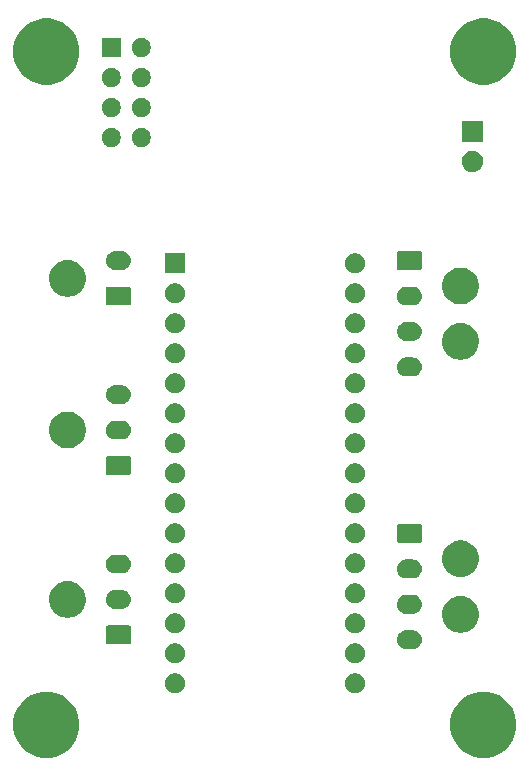
<source format=gbr>
G04 #@! TF.GenerationSoftware,KiCad,Pcbnew,(5.1.5)-3*
G04 #@! TF.CreationDate,2020-05-08T22:00:03-06:00*
G04 #@! TF.ProjectId,fluid,666c7569-642e-46b6-9963-61645f706362,rev?*
G04 #@! TF.SameCoordinates,Original*
G04 #@! TF.FileFunction,Soldermask,Bot*
G04 #@! TF.FilePolarity,Negative*
%FSLAX46Y46*%
G04 Gerber Fmt 4.6, Leading zero omitted, Abs format (unit mm)*
G04 Created by KiCad (PCBNEW (5.1.5)-3) date 2020-05-08 22:00:03*
%MOMM*%
%LPD*%
G04 APERTURE LIST*
%ADD10C,0.100000*%
G04 APERTURE END LIST*
D10*
G36*
X101817021Y-143306640D02*
G01*
X102326769Y-143517785D01*
X102326771Y-143517786D01*
X102785534Y-143824321D01*
X103175679Y-144214466D01*
X103482214Y-144673229D01*
X103482215Y-144673231D01*
X103693360Y-145182979D01*
X103801000Y-145724124D01*
X103801000Y-146275876D01*
X103693360Y-146817021D01*
X103482215Y-147326769D01*
X103482214Y-147326771D01*
X103175679Y-147785534D01*
X102785534Y-148175679D01*
X102326771Y-148482214D01*
X102326770Y-148482215D01*
X102326769Y-148482215D01*
X101817021Y-148693360D01*
X101275876Y-148801000D01*
X100724124Y-148801000D01*
X100182979Y-148693360D01*
X99673231Y-148482215D01*
X99673230Y-148482215D01*
X99673229Y-148482214D01*
X99214466Y-148175679D01*
X98824321Y-147785534D01*
X98517786Y-147326771D01*
X98517785Y-147326769D01*
X98306640Y-146817021D01*
X98199000Y-146275876D01*
X98199000Y-145724124D01*
X98306640Y-145182979D01*
X98517785Y-144673231D01*
X98517786Y-144673229D01*
X98824321Y-144214466D01*
X99214466Y-143824321D01*
X99673229Y-143517786D01*
X99673231Y-143517785D01*
X100182979Y-143306640D01*
X100724124Y-143199000D01*
X101275876Y-143199000D01*
X101817021Y-143306640D01*
G37*
G36*
X64817021Y-143306640D02*
G01*
X65326769Y-143517785D01*
X65326771Y-143517786D01*
X65785534Y-143824321D01*
X66175679Y-144214466D01*
X66482214Y-144673229D01*
X66482215Y-144673231D01*
X66693360Y-145182979D01*
X66801000Y-145724124D01*
X66801000Y-146275876D01*
X66693360Y-146817021D01*
X66482215Y-147326769D01*
X66482214Y-147326771D01*
X66175679Y-147785534D01*
X65785534Y-148175679D01*
X65326771Y-148482214D01*
X65326770Y-148482215D01*
X65326769Y-148482215D01*
X64817021Y-148693360D01*
X64275876Y-148801000D01*
X63724124Y-148801000D01*
X63182979Y-148693360D01*
X62673231Y-148482215D01*
X62673230Y-148482215D01*
X62673229Y-148482214D01*
X62214466Y-148175679D01*
X61824321Y-147785534D01*
X61517786Y-147326771D01*
X61517785Y-147326769D01*
X61306640Y-146817021D01*
X61199000Y-146275876D01*
X61199000Y-145724124D01*
X61306640Y-145182979D01*
X61517785Y-144673231D01*
X61517786Y-144673229D01*
X61824321Y-144214466D01*
X62214466Y-143824321D01*
X62673229Y-143517786D01*
X62673231Y-143517785D01*
X63182979Y-143306640D01*
X63724124Y-143199000D01*
X64275876Y-143199000D01*
X64817021Y-143306640D01*
G37*
G36*
X90378228Y-141675703D02*
G01*
X90533100Y-141739853D01*
X90672481Y-141832985D01*
X90791015Y-141951519D01*
X90884147Y-142090900D01*
X90948297Y-142245772D01*
X90981000Y-142410184D01*
X90981000Y-142577816D01*
X90948297Y-142742228D01*
X90884147Y-142897100D01*
X90791015Y-143036481D01*
X90672481Y-143155015D01*
X90533100Y-143248147D01*
X90378228Y-143312297D01*
X90213816Y-143345000D01*
X90046184Y-143345000D01*
X89881772Y-143312297D01*
X89726900Y-143248147D01*
X89587519Y-143155015D01*
X89468985Y-143036481D01*
X89375853Y-142897100D01*
X89311703Y-142742228D01*
X89279000Y-142577816D01*
X89279000Y-142410184D01*
X89311703Y-142245772D01*
X89375853Y-142090900D01*
X89468985Y-141951519D01*
X89587519Y-141832985D01*
X89726900Y-141739853D01*
X89881772Y-141675703D01*
X90046184Y-141643000D01*
X90213816Y-141643000D01*
X90378228Y-141675703D01*
G37*
G36*
X75138228Y-141675703D02*
G01*
X75293100Y-141739853D01*
X75432481Y-141832985D01*
X75551015Y-141951519D01*
X75644147Y-142090900D01*
X75708297Y-142245772D01*
X75741000Y-142410184D01*
X75741000Y-142577816D01*
X75708297Y-142742228D01*
X75644147Y-142897100D01*
X75551015Y-143036481D01*
X75432481Y-143155015D01*
X75293100Y-143248147D01*
X75138228Y-143312297D01*
X74973816Y-143345000D01*
X74806184Y-143345000D01*
X74641772Y-143312297D01*
X74486900Y-143248147D01*
X74347519Y-143155015D01*
X74228985Y-143036481D01*
X74135853Y-142897100D01*
X74071703Y-142742228D01*
X74039000Y-142577816D01*
X74039000Y-142410184D01*
X74071703Y-142245772D01*
X74135853Y-142090900D01*
X74228985Y-141951519D01*
X74347519Y-141832985D01*
X74486900Y-141739853D01*
X74641772Y-141675703D01*
X74806184Y-141643000D01*
X74973816Y-141643000D01*
X75138228Y-141675703D01*
G37*
G36*
X90378228Y-139135703D02*
G01*
X90533100Y-139199853D01*
X90672481Y-139292985D01*
X90791015Y-139411519D01*
X90884147Y-139550900D01*
X90948297Y-139705772D01*
X90981000Y-139870184D01*
X90981000Y-140037816D01*
X90948297Y-140202228D01*
X90884147Y-140357100D01*
X90791015Y-140496481D01*
X90672481Y-140615015D01*
X90533100Y-140708147D01*
X90378228Y-140772297D01*
X90213816Y-140805000D01*
X90046184Y-140805000D01*
X89881772Y-140772297D01*
X89726900Y-140708147D01*
X89587519Y-140615015D01*
X89468985Y-140496481D01*
X89375853Y-140357100D01*
X89311703Y-140202228D01*
X89279000Y-140037816D01*
X89279000Y-139870184D01*
X89311703Y-139705772D01*
X89375853Y-139550900D01*
X89468985Y-139411519D01*
X89587519Y-139292985D01*
X89726900Y-139199853D01*
X89881772Y-139135703D01*
X90046184Y-139103000D01*
X90213816Y-139103000D01*
X90378228Y-139135703D01*
G37*
G36*
X75138228Y-139135703D02*
G01*
X75293100Y-139199853D01*
X75432481Y-139292985D01*
X75551015Y-139411519D01*
X75644147Y-139550900D01*
X75708297Y-139705772D01*
X75741000Y-139870184D01*
X75741000Y-140037816D01*
X75708297Y-140202228D01*
X75644147Y-140357100D01*
X75551015Y-140496481D01*
X75432481Y-140615015D01*
X75293100Y-140708147D01*
X75138228Y-140772297D01*
X74973816Y-140805000D01*
X74806184Y-140805000D01*
X74641772Y-140772297D01*
X74486900Y-140708147D01*
X74347519Y-140615015D01*
X74228985Y-140496481D01*
X74135853Y-140357100D01*
X74071703Y-140202228D01*
X74039000Y-140037816D01*
X74039000Y-139870184D01*
X74071703Y-139705772D01*
X74135853Y-139550900D01*
X74228985Y-139411519D01*
X74347519Y-139292985D01*
X74486900Y-139199853D01*
X74641772Y-139135703D01*
X74806184Y-139103000D01*
X74973816Y-139103000D01*
X75138228Y-139135703D01*
G37*
G36*
X95080571Y-137996863D02*
G01*
X95159023Y-138004590D01*
X95259682Y-138035125D01*
X95310013Y-138050392D01*
X95449165Y-138124771D01*
X95571133Y-138224867D01*
X95671229Y-138346835D01*
X95745608Y-138485987D01*
X95745608Y-138485988D01*
X95791410Y-138636977D01*
X95806875Y-138794000D01*
X95791410Y-138951023D01*
X95786233Y-138968089D01*
X95745608Y-139102013D01*
X95671229Y-139241165D01*
X95571133Y-139363133D01*
X95449165Y-139463229D01*
X95310013Y-139537608D01*
X95266194Y-139550900D01*
X95159023Y-139583410D01*
X95080571Y-139591137D01*
X95041346Y-139595000D01*
X94442654Y-139595000D01*
X94403429Y-139591137D01*
X94324977Y-139583410D01*
X94217806Y-139550900D01*
X94173987Y-139537608D01*
X94034835Y-139463229D01*
X93912867Y-139363133D01*
X93812771Y-139241165D01*
X93738392Y-139102013D01*
X93697767Y-138968089D01*
X93692590Y-138951023D01*
X93677125Y-138794000D01*
X93692590Y-138636977D01*
X93738392Y-138485988D01*
X93738392Y-138485987D01*
X93812771Y-138346835D01*
X93912867Y-138224867D01*
X94034835Y-138124771D01*
X94173987Y-138050392D01*
X94224318Y-138035125D01*
X94324977Y-138004590D01*
X94403429Y-137996863D01*
X94442654Y-137993000D01*
X95041346Y-137993000D01*
X95080571Y-137996863D01*
G37*
G36*
X71017048Y-137585122D02*
G01*
X71051387Y-137595539D01*
X71083036Y-137612456D01*
X71110778Y-137635222D01*
X71133544Y-137662964D01*
X71150461Y-137694613D01*
X71160878Y-137728952D01*
X71165000Y-137770807D01*
X71165000Y-138993193D01*
X71160878Y-139035048D01*
X71150461Y-139069387D01*
X71133544Y-139101036D01*
X71110778Y-139128778D01*
X71083036Y-139151544D01*
X71051387Y-139168461D01*
X71017048Y-139178878D01*
X70975193Y-139183000D01*
X69232807Y-139183000D01*
X69190952Y-139178878D01*
X69156613Y-139168461D01*
X69124964Y-139151544D01*
X69097222Y-139128778D01*
X69074456Y-139101036D01*
X69057539Y-139069387D01*
X69047122Y-139035048D01*
X69043000Y-138993193D01*
X69043000Y-137770807D01*
X69047122Y-137728952D01*
X69057539Y-137694613D01*
X69074456Y-137662964D01*
X69097222Y-137635222D01*
X69124964Y-137612456D01*
X69156613Y-137595539D01*
X69190952Y-137585122D01*
X69232807Y-137581000D01*
X70975193Y-137581000D01*
X71017048Y-137585122D01*
G37*
G36*
X75138228Y-136595703D02*
G01*
X75293100Y-136659853D01*
X75432481Y-136752985D01*
X75551015Y-136871519D01*
X75644147Y-137010900D01*
X75708297Y-137165772D01*
X75741000Y-137330184D01*
X75741000Y-137497816D01*
X75708297Y-137662228D01*
X75644147Y-137817100D01*
X75551015Y-137956481D01*
X75432481Y-138075015D01*
X75293100Y-138168147D01*
X75138228Y-138232297D01*
X74973816Y-138265000D01*
X74806184Y-138265000D01*
X74641772Y-138232297D01*
X74486900Y-138168147D01*
X74347519Y-138075015D01*
X74228985Y-137956481D01*
X74135853Y-137817100D01*
X74071703Y-137662228D01*
X74039000Y-137497816D01*
X74039000Y-137330184D01*
X74071703Y-137165772D01*
X74135853Y-137010900D01*
X74228985Y-136871519D01*
X74347519Y-136752985D01*
X74486900Y-136659853D01*
X74641772Y-136595703D01*
X74806184Y-136563000D01*
X74973816Y-136563000D01*
X75138228Y-136595703D01*
G37*
G36*
X90378228Y-136595703D02*
G01*
X90533100Y-136659853D01*
X90672481Y-136752985D01*
X90791015Y-136871519D01*
X90884147Y-137010900D01*
X90948297Y-137165772D01*
X90981000Y-137330184D01*
X90981000Y-137497816D01*
X90948297Y-137662228D01*
X90884147Y-137817100D01*
X90791015Y-137956481D01*
X90672481Y-138075015D01*
X90533100Y-138168147D01*
X90378228Y-138232297D01*
X90213816Y-138265000D01*
X90046184Y-138265000D01*
X89881772Y-138232297D01*
X89726900Y-138168147D01*
X89587519Y-138075015D01*
X89468985Y-137956481D01*
X89375853Y-137817100D01*
X89311703Y-137662228D01*
X89279000Y-137497816D01*
X89279000Y-137330184D01*
X89311703Y-137165772D01*
X89375853Y-137010900D01*
X89468985Y-136871519D01*
X89587519Y-136752985D01*
X89726900Y-136659853D01*
X89881772Y-136595703D01*
X90046184Y-136563000D01*
X90213816Y-136563000D01*
X90378228Y-136595703D01*
G37*
G36*
X99361699Y-135122228D02*
G01*
X99514410Y-135152604D01*
X99796674Y-135269521D01*
X100050705Y-135439259D01*
X100266741Y-135655295D01*
X100436479Y-135909326D01*
X100553396Y-136191590D01*
X100613000Y-136491240D01*
X100613000Y-136796760D01*
X100553396Y-137096410D01*
X100436479Y-137378674D01*
X100266741Y-137632705D01*
X100050705Y-137848741D01*
X99796674Y-138018479D01*
X99514410Y-138135396D01*
X99364585Y-138165198D01*
X99214761Y-138195000D01*
X98909239Y-138195000D01*
X98759415Y-138165198D01*
X98609590Y-138135396D01*
X98327326Y-138018479D01*
X98073295Y-137848741D01*
X97857259Y-137632705D01*
X97687521Y-137378674D01*
X97570604Y-137096410D01*
X97511000Y-136796760D01*
X97511000Y-136491240D01*
X97570604Y-136191590D01*
X97687521Y-135909326D01*
X97857259Y-135655295D01*
X98073295Y-135439259D01*
X98327326Y-135269521D01*
X98609590Y-135152604D01*
X98762301Y-135122228D01*
X98909239Y-135093000D01*
X99214761Y-135093000D01*
X99361699Y-135122228D01*
G37*
G36*
X66086585Y-133860802D02*
G01*
X66236410Y-133890604D01*
X66518674Y-134007521D01*
X66772705Y-134177259D01*
X66988741Y-134393295D01*
X67158479Y-134647326D01*
X67275396Y-134929590D01*
X67305198Y-135079415D01*
X67335000Y-135229239D01*
X67335000Y-135534761D01*
X67334152Y-135539023D01*
X67275396Y-135834410D01*
X67158479Y-136116674D01*
X66988741Y-136370705D01*
X66772705Y-136586741D01*
X66518674Y-136756479D01*
X66236410Y-136873396D01*
X66086585Y-136903198D01*
X65936761Y-136933000D01*
X65631239Y-136933000D01*
X65481415Y-136903198D01*
X65331590Y-136873396D01*
X65049326Y-136756479D01*
X64795295Y-136586741D01*
X64579259Y-136370705D01*
X64409521Y-136116674D01*
X64292604Y-135834410D01*
X64233848Y-135539023D01*
X64233000Y-135534761D01*
X64233000Y-135229239D01*
X64262802Y-135079415D01*
X64292604Y-134929590D01*
X64409521Y-134647326D01*
X64579259Y-134393295D01*
X64795295Y-134177259D01*
X65049326Y-134007521D01*
X65331590Y-133890604D01*
X65481415Y-133860802D01*
X65631239Y-133831000D01*
X65936761Y-133831000D01*
X66086585Y-133860802D01*
G37*
G36*
X95080571Y-134996863D02*
G01*
X95159023Y-135004590D01*
X95259682Y-135035125D01*
X95310013Y-135050392D01*
X95449165Y-135124771D01*
X95571133Y-135224867D01*
X95671229Y-135346835D01*
X95745608Y-135485987D01*
X95745608Y-135485988D01*
X95791410Y-135636977D01*
X95806875Y-135794000D01*
X95791410Y-135951023D01*
X95761013Y-136051229D01*
X95745608Y-136102013D01*
X95671229Y-136241165D01*
X95571133Y-136363133D01*
X95449165Y-136463229D01*
X95310013Y-136537608D01*
X95259682Y-136552875D01*
X95159023Y-136583410D01*
X95080571Y-136591137D01*
X95041346Y-136595000D01*
X94442654Y-136595000D01*
X94403429Y-136591137D01*
X94324977Y-136583410D01*
X94224318Y-136552875D01*
X94173987Y-136537608D01*
X94034835Y-136463229D01*
X93912867Y-136363133D01*
X93812771Y-136241165D01*
X93738392Y-136102013D01*
X93722987Y-136051229D01*
X93692590Y-135951023D01*
X93677125Y-135794000D01*
X93692590Y-135636977D01*
X93738392Y-135485988D01*
X93738392Y-135485987D01*
X93812771Y-135346835D01*
X93912867Y-135224867D01*
X94034835Y-135124771D01*
X94173987Y-135050392D01*
X94224318Y-135035125D01*
X94324977Y-135004590D01*
X94403429Y-134996863D01*
X94442654Y-134993000D01*
X95041346Y-134993000D01*
X95080571Y-134996863D01*
G37*
G36*
X70442571Y-134584863D02*
G01*
X70521023Y-134592590D01*
X70621682Y-134623125D01*
X70672013Y-134638392D01*
X70811165Y-134712771D01*
X70933133Y-134812867D01*
X71033229Y-134934835D01*
X71107608Y-135073987D01*
X71107608Y-135073988D01*
X71153410Y-135224977D01*
X71168875Y-135382000D01*
X71153410Y-135539023D01*
X71126374Y-135628148D01*
X71107608Y-135690013D01*
X71033229Y-135829165D01*
X70933133Y-135951133D01*
X70811165Y-136051229D01*
X70672013Y-136125608D01*
X70621682Y-136140875D01*
X70521023Y-136171410D01*
X70442571Y-136179137D01*
X70403346Y-136183000D01*
X69804654Y-136183000D01*
X69765429Y-136179137D01*
X69686977Y-136171410D01*
X69586318Y-136140875D01*
X69535987Y-136125608D01*
X69396835Y-136051229D01*
X69274867Y-135951133D01*
X69174771Y-135829165D01*
X69100392Y-135690013D01*
X69081626Y-135628148D01*
X69054590Y-135539023D01*
X69039125Y-135382000D01*
X69054590Y-135224977D01*
X69100392Y-135073988D01*
X69100392Y-135073987D01*
X69174771Y-134934835D01*
X69274867Y-134812867D01*
X69396835Y-134712771D01*
X69535987Y-134638392D01*
X69586318Y-134623125D01*
X69686977Y-134592590D01*
X69765429Y-134584863D01*
X69804654Y-134581000D01*
X70403346Y-134581000D01*
X70442571Y-134584863D01*
G37*
G36*
X75138228Y-134055703D02*
G01*
X75293100Y-134119853D01*
X75432481Y-134212985D01*
X75551015Y-134331519D01*
X75644147Y-134470900D01*
X75708297Y-134625772D01*
X75741000Y-134790184D01*
X75741000Y-134957816D01*
X75708297Y-135122228D01*
X75644147Y-135277100D01*
X75551015Y-135416481D01*
X75432481Y-135535015D01*
X75293100Y-135628147D01*
X75138228Y-135692297D01*
X74973816Y-135725000D01*
X74806184Y-135725000D01*
X74641772Y-135692297D01*
X74486900Y-135628147D01*
X74347519Y-135535015D01*
X74228985Y-135416481D01*
X74135853Y-135277100D01*
X74071703Y-135122228D01*
X74039000Y-134957816D01*
X74039000Y-134790184D01*
X74071703Y-134625772D01*
X74135853Y-134470900D01*
X74228985Y-134331519D01*
X74347519Y-134212985D01*
X74486900Y-134119853D01*
X74641772Y-134055703D01*
X74806184Y-134023000D01*
X74973816Y-134023000D01*
X75138228Y-134055703D01*
G37*
G36*
X90378228Y-134055703D02*
G01*
X90533100Y-134119853D01*
X90672481Y-134212985D01*
X90791015Y-134331519D01*
X90884147Y-134470900D01*
X90948297Y-134625772D01*
X90981000Y-134790184D01*
X90981000Y-134957816D01*
X90948297Y-135122228D01*
X90884147Y-135277100D01*
X90791015Y-135416481D01*
X90672481Y-135535015D01*
X90533100Y-135628147D01*
X90378228Y-135692297D01*
X90213816Y-135725000D01*
X90046184Y-135725000D01*
X89881772Y-135692297D01*
X89726900Y-135628147D01*
X89587519Y-135535015D01*
X89468985Y-135416481D01*
X89375853Y-135277100D01*
X89311703Y-135122228D01*
X89279000Y-134957816D01*
X89279000Y-134790184D01*
X89311703Y-134625772D01*
X89375853Y-134470900D01*
X89468985Y-134331519D01*
X89587519Y-134212985D01*
X89726900Y-134119853D01*
X89881772Y-134055703D01*
X90046184Y-134023000D01*
X90213816Y-134023000D01*
X90378228Y-134055703D01*
G37*
G36*
X95080571Y-131996863D02*
G01*
X95159023Y-132004590D01*
X95259682Y-132035125D01*
X95310013Y-132050392D01*
X95449165Y-132124771D01*
X95571133Y-132224867D01*
X95671229Y-132346835D01*
X95745608Y-132485987D01*
X95745608Y-132485988D01*
X95791410Y-132636977D01*
X95806875Y-132794000D01*
X95791410Y-132951023D01*
X95778065Y-132995015D01*
X95745608Y-133102013D01*
X95671229Y-133241165D01*
X95571133Y-133363133D01*
X95449165Y-133463229D01*
X95310013Y-133537608D01*
X95259682Y-133552875D01*
X95159023Y-133583410D01*
X95080571Y-133591137D01*
X95041346Y-133595000D01*
X94442654Y-133595000D01*
X94403429Y-133591137D01*
X94324977Y-133583410D01*
X94224318Y-133552875D01*
X94173987Y-133537608D01*
X94034835Y-133463229D01*
X93912867Y-133363133D01*
X93812771Y-133241165D01*
X93738392Y-133102013D01*
X93705935Y-132995015D01*
X93692590Y-132951023D01*
X93677125Y-132794000D01*
X93692590Y-132636977D01*
X93738392Y-132485988D01*
X93738392Y-132485987D01*
X93812771Y-132346835D01*
X93912867Y-132224867D01*
X94034835Y-132124771D01*
X94173987Y-132050392D01*
X94224318Y-132035125D01*
X94324977Y-132004590D01*
X94403429Y-131996863D01*
X94442654Y-131993000D01*
X95041346Y-131993000D01*
X95080571Y-131996863D01*
G37*
G36*
X99364585Y-130422802D02*
G01*
X99514410Y-130452604D01*
X99796674Y-130569521D01*
X100050705Y-130739259D01*
X100266741Y-130955295D01*
X100436479Y-131209326D01*
X100553396Y-131491590D01*
X100613000Y-131791240D01*
X100613000Y-132096760D01*
X100553396Y-132396410D01*
X100436479Y-132678674D01*
X100266741Y-132932705D01*
X100050705Y-133148741D01*
X99796674Y-133318479D01*
X99514410Y-133435396D01*
X99374484Y-133463229D01*
X99214761Y-133495000D01*
X98909239Y-133495000D01*
X98749516Y-133463229D01*
X98609590Y-133435396D01*
X98327326Y-133318479D01*
X98073295Y-133148741D01*
X97857259Y-132932705D01*
X97687521Y-132678674D01*
X97570604Y-132396410D01*
X97511000Y-132096760D01*
X97511000Y-131791240D01*
X97570604Y-131491590D01*
X97687521Y-131209326D01*
X97857259Y-130955295D01*
X98073295Y-130739259D01*
X98327326Y-130569521D01*
X98609590Y-130452604D01*
X98759415Y-130422802D01*
X98909239Y-130393000D01*
X99214761Y-130393000D01*
X99364585Y-130422802D01*
G37*
G36*
X90378228Y-131515703D02*
G01*
X90533100Y-131579853D01*
X90672481Y-131672985D01*
X90791015Y-131791519D01*
X90884147Y-131930900D01*
X90948297Y-132085772D01*
X90981000Y-132250184D01*
X90981000Y-132417816D01*
X90948297Y-132582228D01*
X90884147Y-132737100D01*
X90791015Y-132876481D01*
X90672481Y-132995015D01*
X90533100Y-133088147D01*
X90378228Y-133152297D01*
X90213816Y-133185000D01*
X90046184Y-133185000D01*
X89881772Y-133152297D01*
X89726900Y-133088147D01*
X89587519Y-132995015D01*
X89468985Y-132876481D01*
X89375853Y-132737100D01*
X89311703Y-132582228D01*
X89279000Y-132417816D01*
X89279000Y-132250184D01*
X89311703Y-132085772D01*
X89375853Y-131930900D01*
X89468985Y-131791519D01*
X89587519Y-131672985D01*
X89726900Y-131579853D01*
X89881772Y-131515703D01*
X90046184Y-131483000D01*
X90213816Y-131483000D01*
X90378228Y-131515703D01*
G37*
G36*
X75138228Y-131515703D02*
G01*
X75293100Y-131579853D01*
X75432481Y-131672985D01*
X75551015Y-131791519D01*
X75644147Y-131930900D01*
X75708297Y-132085772D01*
X75741000Y-132250184D01*
X75741000Y-132417816D01*
X75708297Y-132582228D01*
X75644147Y-132737100D01*
X75551015Y-132876481D01*
X75432481Y-132995015D01*
X75293100Y-133088147D01*
X75138228Y-133152297D01*
X74973816Y-133185000D01*
X74806184Y-133185000D01*
X74641772Y-133152297D01*
X74486900Y-133088147D01*
X74347519Y-132995015D01*
X74228985Y-132876481D01*
X74135853Y-132737100D01*
X74071703Y-132582228D01*
X74039000Y-132417816D01*
X74039000Y-132250184D01*
X74071703Y-132085772D01*
X74135853Y-131930900D01*
X74228985Y-131791519D01*
X74347519Y-131672985D01*
X74486900Y-131579853D01*
X74641772Y-131515703D01*
X74806184Y-131483000D01*
X74973816Y-131483000D01*
X75138228Y-131515703D01*
G37*
G36*
X70442571Y-131584863D02*
G01*
X70521023Y-131592590D01*
X70621682Y-131623125D01*
X70672013Y-131638392D01*
X70811165Y-131712771D01*
X70933133Y-131812867D01*
X71033229Y-131934835D01*
X71107608Y-132073987D01*
X71111183Y-132085772D01*
X71153410Y-132224977D01*
X71168875Y-132382000D01*
X71153410Y-132539023D01*
X71123696Y-132636977D01*
X71107608Y-132690013D01*
X71033229Y-132829165D01*
X70933133Y-132951133D01*
X70811165Y-133051229D01*
X70672013Y-133125608D01*
X70621682Y-133140875D01*
X70521023Y-133171410D01*
X70442571Y-133179137D01*
X70403346Y-133183000D01*
X69804654Y-133183000D01*
X69765429Y-133179137D01*
X69686977Y-133171410D01*
X69586318Y-133140875D01*
X69535987Y-133125608D01*
X69396835Y-133051229D01*
X69274867Y-132951133D01*
X69174771Y-132829165D01*
X69100392Y-132690013D01*
X69084304Y-132636977D01*
X69054590Y-132539023D01*
X69039125Y-132382000D01*
X69054590Y-132224977D01*
X69096817Y-132085772D01*
X69100392Y-132073987D01*
X69174771Y-131934835D01*
X69274867Y-131812867D01*
X69396835Y-131712771D01*
X69535987Y-131638392D01*
X69586318Y-131623125D01*
X69686977Y-131592590D01*
X69765429Y-131584863D01*
X69804654Y-131581000D01*
X70403346Y-131581000D01*
X70442571Y-131584863D01*
G37*
G36*
X90378228Y-128975703D02*
G01*
X90533100Y-129039853D01*
X90672481Y-129132985D01*
X90791015Y-129251519D01*
X90884147Y-129390900D01*
X90948297Y-129545772D01*
X90981000Y-129710184D01*
X90981000Y-129877816D01*
X90948297Y-130042228D01*
X90884147Y-130197100D01*
X90791015Y-130336481D01*
X90672481Y-130455015D01*
X90533100Y-130548147D01*
X90378228Y-130612297D01*
X90213816Y-130645000D01*
X90046184Y-130645000D01*
X89881772Y-130612297D01*
X89726900Y-130548147D01*
X89587519Y-130455015D01*
X89468985Y-130336481D01*
X89375853Y-130197100D01*
X89311703Y-130042228D01*
X89279000Y-129877816D01*
X89279000Y-129710184D01*
X89311703Y-129545772D01*
X89375853Y-129390900D01*
X89468985Y-129251519D01*
X89587519Y-129132985D01*
X89726900Y-129039853D01*
X89881772Y-128975703D01*
X90046184Y-128943000D01*
X90213816Y-128943000D01*
X90378228Y-128975703D01*
G37*
G36*
X75138228Y-128975703D02*
G01*
X75293100Y-129039853D01*
X75432481Y-129132985D01*
X75551015Y-129251519D01*
X75644147Y-129390900D01*
X75708297Y-129545772D01*
X75741000Y-129710184D01*
X75741000Y-129877816D01*
X75708297Y-130042228D01*
X75644147Y-130197100D01*
X75551015Y-130336481D01*
X75432481Y-130455015D01*
X75293100Y-130548147D01*
X75138228Y-130612297D01*
X74973816Y-130645000D01*
X74806184Y-130645000D01*
X74641772Y-130612297D01*
X74486900Y-130548147D01*
X74347519Y-130455015D01*
X74228985Y-130336481D01*
X74135853Y-130197100D01*
X74071703Y-130042228D01*
X74039000Y-129877816D01*
X74039000Y-129710184D01*
X74071703Y-129545772D01*
X74135853Y-129390900D01*
X74228985Y-129251519D01*
X74347519Y-129132985D01*
X74486900Y-129039853D01*
X74641772Y-128975703D01*
X74806184Y-128943000D01*
X74973816Y-128943000D01*
X75138228Y-128975703D01*
G37*
G36*
X95655048Y-128997122D02*
G01*
X95689387Y-129007539D01*
X95721036Y-129024456D01*
X95748778Y-129047222D01*
X95771544Y-129074964D01*
X95788461Y-129106613D01*
X95798878Y-129140952D01*
X95803000Y-129182807D01*
X95803000Y-130405193D01*
X95798878Y-130447048D01*
X95788461Y-130481387D01*
X95771544Y-130513036D01*
X95748778Y-130540778D01*
X95721036Y-130563544D01*
X95689387Y-130580461D01*
X95655048Y-130590878D01*
X95613193Y-130595000D01*
X93870807Y-130595000D01*
X93828952Y-130590878D01*
X93794613Y-130580461D01*
X93762964Y-130563544D01*
X93735222Y-130540778D01*
X93712456Y-130513036D01*
X93695539Y-130481387D01*
X93685122Y-130447048D01*
X93681000Y-130405193D01*
X93681000Y-129182807D01*
X93685122Y-129140952D01*
X93695539Y-129106613D01*
X93712456Y-129074964D01*
X93735222Y-129047222D01*
X93762964Y-129024456D01*
X93794613Y-129007539D01*
X93828952Y-128997122D01*
X93870807Y-128993000D01*
X95613193Y-128993000D01*
X95655048Y-128997122D01*
G37*
G36*
X75138228Y-126435703D02*
G01*
X75293100Y-126499853D01*
X75432481Y-126592985D01*
X75551015Y-126711519D01*
X75644147Y-126850900D01*
X75708297Y-127005772D01*
X75741000Y-127170184D01*
X75741000Y-127337816D01*
X75708297Y-127502228D01*
X75644147Y-127657100D01*
X75551015Y-127796481D01*
X75432481Y-127915015D01*
X75293100Y-128008147D01*
X75138228Y-128072297D01*
X74973816Y-128105000D01*
X74806184Y-128105000D01*
X74641772Y-128072297D01*
X74486900Y-128008147D01*
X74347519Y-127915015D01*
X74228985Y-127796481D01*
X74135853Y-127657100D01*
X74071703Y-127502228D01*
X74039000Y-127337816D01*
X74039000Y-127170184D01*
X74071703Y-127005772D01*
X74135853Y-126850900D01*
X74228985Y-126711519D01*
X74347519Y-126592985D01*
X74486900Y-126499853D01*
X74641772Y-126435703D01*
X74806184Y-126403000D01*
X74973816Y-126403000D01*
X75138228Y-126435703D01*
G37*
G36*
X90378228Y-126435703D02*
G01*
X90533100Y-126499853D01*
X90672481Y-126592985D01*
X90791015Y-126711519D01*
X90884147Y-126850900D01*
X90948297Y-127005772D01*
X90981000Y-127170184D01*
X90981000Y-127337816D01*
X90948297Y-127502228D01*
X90884147Y-127657100D01*
X90791015Y-127796481D01*
X90672481Y-127915015D01*
X90533100Y-128008147D01*
X90378228Y-128072297D01*
X90213816Y-128105000D01*
X90046184Y-128105000D01*
X89881772Y-128072297D01*
X89726900Y-128008147D01*
X89587519Y-127915015D01*
X89468985Y-127796481D01*
X89375853Y-127657100D01*
X89311703Y-127502228D01*
X89279000Y-127337816D01*
X89279000Y-127170184D01*
X89311703Y-127005772D01*
X89375853Y-126850900D01*
X89468985Y-126711519D01*
X89587519Y-126592985D01*
X89726900Y-126499853D01*
X89881772Y-126435703D01*
X90046184Y-126403000D01*
X90213816Y-126403000D01*
X90378228Y-126435703D01*
G37*
G36*
X75138228Y-123895703D02*
G01*
X75293100Y-123959853D01*
X75432481Y-124052985D01*
X75551015Y-124171519D01*
X75644147Y-124310900D01*
X75708297Y-124465772D01*
X75741000Y-124630184D01*
X75741000Y-124797816D01*
X75708297Y-124962228D01*
X75644147Y-125117100D01*
X75551015Y-125256481D01*
X75432481Y-125375015D01*
X75293100Y-125468147D01*
X75138228Y-125532297D01*
X74973816Y-125565000D01*
X74806184Y-125565000D01*
X74641772Y-125532297D01*
X74486900Y-125468147D01*
X74347519Y-125375015D01*
X74228985Y-125256481D01*
X74135853Y-125117100D01*
X74071703Y-124962228D01*
X74039000Y-124797816D01*
X74039000Y-124630184D01*
X74071703Y-124465772D01*
X74135853Y-124310900D01*
X74228985Y-124171519D01*
X74347519Y-124052985D01*
X74486900Y-123959853D01*
X74641772Y-123895703D01*
X74806184Y-123863000D01*
X74973816Y-123863000D01*
X75138228Y-123895703D01*
G37*
G36*
X90378228Y-123895703D02*
G01*
X90533100Y-123959853D01*
X90672481Y-124052985D01*
X90791015Y-124171519D01*
X90884147Y-124310900D01*
X90948297Y-124465772D01*
X90981000Y-124630184D01*
X90981000Y-124797816D01*
X90948297Y-124962228D01*
X90884147Y-125117100D01*
X90791015Y-125256481D01*
X90672481Y-125375015D01*
X90533100Y-125468147D01*
X90378228Y-125532297D01*
X90213816Y-125565000D01*
X90046184Y-125565000D01*
X89881772Y-125532297D01*
X89726900Y-125468147D01*
X89587519Y-125375015D01*
X89468985Y-125256481D01*
X89375853Y-125117100D01*
X89311703Y-124962228D01*
X89279000Y-124797816D01*
X89279000Y-124630184D01*
X89311703Y-124465772D01*
X89375853Y-124310900D01*
X89468985Y-124171519D01*
X89587519Y-124052985D01*
X89726900Y-123959853D01*
X89881772Y-123895703D01*
X90046184Y-123863000D01*
X90213816Y-123863000D01*
X90378228Y-123895703D01*
G37*
G36*
X71017048Y-123241122D02*
G01*
X71051387Y-123251539D01*
X71083036Y-123268456D01*
X71110778Y-123291222D01*
X71133544Y-123318964D01*
X71150461Y-123350613D01*
X71160878Y-123384952D01*
X71165000Y-123426807D01*
X71165000Y-124649193D01*
X71160878Y-124691048D01*
X71150461Y-124725387D01*
X71133544Y-124757036D01*
X71110778Y-124784778D01*
X71083036Y-124807544D01*
X71051387Y-124824461D01*
X71017048Y-124834878D01*
X70975193Y-124839000D01*
X69232807Y-124839000D01*
X69190952Y-124834878D01*
X69156613Y-124824461D01*
X69124964Y-124807544D01*
X69097222Y-124784778D01*
X69074456Y-124757036D01*
X69057539Y-124725387D01*
X69047122Y-124691048D01*
X69043000Y-124649193D01*
X69043000Y-123426807D01*
X69047122Y-123384952D01*
X69057539Y-123350613D01*
X69074456Y-123318964D01*
X69097222Y-123291222D01*
X69124964Y-123268456D01*
X69156613Y-123251539D01*
X69190952Y-123241122D01*
X69232807Y-123237000D01*
X70975193Y-123237000D01*
X71017048Y-123241122D01*
G37*
G36*
X90378228Y-121355703D02*
G01*
X90533100Y-121419853D01*
X90672481Y-121512985D01*
X90791015Y-121631519D01*
X90884147Y-121770900D01*
X90948297Y-121925772D01*
X90981000Y-122090184D01*
X90981000Y-122257816D01*
X90948297Y-122422228D01*
X90884147Y-122577100D01*
X90791015Y-122716481D01*
X90672481Y-122835015D01*
X90533100Y-122928147D01*
X90378228Y-122992297D01*
X90213816Y-123025000D01*
X90046184Y-123025000D01*
X89881772Y-122992297D01*
X89726900Y-122928147D01*
X89587519Y-122835015D01*
X89468985Y-122716481D01*
X89375853Y-122577100D01*
X89311703Y-122422228D01*
X89279000Y-122257816D01*
X89279000Y-122090184D01*
X89311703Y-121925772D01*
X89375853Y-121770900D01*
X89468985Y-121631519D01*
X89587519Y-121512985D01*
X89726900Y-121419853D01*
X89881772Y-121355703D01*
X90046184Y-121323000D01*
X90213816Y-121323000D01*
X90378228Y-121355703D01*
G37*
G36*
X75138228Y-121355703D02*
G01*
X75293100Y-121419853D01*
X75432481Y-121512985D01*
X75551015Y-121631519D01*
X75644147Y-121770900D01*
X75708297Y-121925772D01*
X75741000Y-122090184D01*
X75741000Y-122257816D01*
X75708297Y-122422228D01*
X75644147Y-122577100D01*
X75551015Y-122716481D01*
X75432481Y-122835015D01*
X75293100Y-122928147D01*
X75138228Y-122992297D01*
X74973816Y-123025000D01*
X74806184Y-123025000D01*
X74641772Y-122992297D01*
X74486900Y-122928147D01*
X74347519Y-122835015D01*
X74228985Y-122716481D01*
X74135853Y-122577100D01*
X74071703Y-122422228D01*
X74039000Y-122257816D01*
X74039000Y-122090184D01*
X74071703Y-121925772D01*
X74135853Y-121770900D01*
X74228985Y-121631519D01*
X74347519Y-121512985D01*
X74486900Y-121419853D01*
X74641772Y-121355703D01*
X74806184Y-121323000D01*
X74973816Y-121323000D01*
X75138228Y-121355703D01*
G37*
G36*
X66086585Y-119516802D02*
G01*
X66236410Y-119546604D01*
X66518674Y-119663521D01*
X66772705Y-119833259D01*
X66988741Y-120049295D01*
X67158479Y-120303326D01*
X67275396Y-120585590D01*
X67305198Y-120735415D01*
X67335000Y-120885239D01*
X67335000Y-121190761D01*
X67334152Y-121195023D01*
X67275396Y-121490410D01*
X67158479Y-121772674D01*
X66988741Y-122026705D01*
X66772705Y-122242741D01*
X66518674Y-122412479D01*
X66236410Y-122529396D01*
X66086585Y-122559198D01*
X65936761Y-122589000D01*
X65631239Y-122589000D01*
X65481415Y-122559198D01*
X65331590Y-122529396D01*
X65049326Y-122412479D01*
X64795295Y-122242741D01*
X64579259Y-122026705D01*
X64409521Y-121772674D01*
X64292604Y-121490410D01*
X64233848Y-121195023D01*
X64233000Y-121190761D01*
X64233000Y-120885239D01*
X64262802Y-120735415D01*
X64292604Y-120585590D01*
X64409521Y-120303326D01*
X64579259Y-120049295D01*
X64795295Y-119833259D01*
X65049326Y-119663521D01*
X65331590Y-119546604D01*
X65481415Y-119516802D01*
X65631239Y-119487000D01*
X65936761Y-119487000D01*
X66086585Y-119516802D01*
G37*
G36*
X70442571Y-120240863D02*
G01*
X70521023Y-120248590D01*
X70621682Y-120279125D01*
X70672013Y-120294392D01*
X70811165Y-120368771D01*
X70933133Y-120468867D01*
X71033229Y-120590835D01*
X71107608Y-120729987D01*
X71107608Y-120729988D01*
X71153410Y-120880977D01*
X71168875Y-121038000D01*
X71153410Y-121195023D01*
X71122875Y-121295682D01*
X71107608Y-121346013D01*
X71033229Y-121485165D01*
X70933133Y-121607133D01*
X70811165Y-121707229D01*
X70672013Y-121781608D01*
X70621682Y-121796875D01*
X70521023Y-121827410D01*
X70442571Y-121835137D01*
X70403346Y-121839000D01*
X69804654Y-121839000D01*
X69765429Y-121835137D01*
X69686977Y-121827410D01*
X69586318Y-121796875D01*
X69535987Y-121781608D01*
X69396835Y-121707229D01*
X69274867Y-121607133D01*
X69174771Y-121485165D01*
X69100392Y-121346013D01*
X69085125Y-121295682D01*
X69054590Y-121195023D01*
X69039125Y-121038000D01*
X69054590Y-120880977D01*
X69100392Y-120729988D01*
X69100392Y-120729987D01*
X69174771Y-120590835D01*
X69274867Y-120468867D01*
X69396835Y-120368771D01*
X69535987Y-120294392D01*
X69586318Y-120279125D01*
X69686977Y-120248590D01*
X69765429Y-120240863D01*
X69804654Y-120237000D01*
X70403346Y-120237000D01*
X70442571Y-120240863D01*
G37*
G36*
X90378228Y-118815703D02*
G01*
X90533100Y-118879853D01*
X90672481Y-118972985D01*
X90791015Y-119091519D01*
X90884147Y-119230900D01*
X90948297Y-119385772D01*
X90981000Y-119550184D01*
X90981000Y-119717816D01*
X90948297Y-119882228D01*
X90884147Y-120037100D01*
X90791015Y-120176481D01*
X90672481Y-120295015D01*
X90533100Y-120388147D01*
X90378228Y-120452297D01*
X90213816Y-120485000D01*
X90046184Y-120485000D01*
X89881772Y-120452297D01*
X89726900Y-120388147D01*
X89587519Y-120295015D01*
X89468985Y-120176481D01*
X89375853Y-120037100D01*
X89311703Y-119882228D01*
X89279000Y-119717816D01*
X89279000Y-119550184D01*
X89311703Y-119385772D01*
X89375853Y-119230900D01*
X89468985Y-119091519D01*
X89587519Y-118972985D01*
X89726900Y-118879853D01*
X89881772Y-118815703D01*
X90046184Y-118783000D01*
X90213816Y-118783000D01*
X90378228Y-118815703D01*
G37*
G36*
X75138228Y-118815703D02*
G01*
X75293100Y-118879853D01*
X75432481Y-118972985D01*
X75551015Y-119091519D01*
X75644147Y-119230900D01*
X75708297Y-119385772D01*
X75741000Y-119550184D01*
X75741000Y-119717816D01*
X75708297Y-119882228D01*
X75644147Y-120037100D01*
X75551015Y-120176481D01*
X75432481Y-120295015D01*
X75293100Y-120388147D01*
X75138228Y-120452297D01*
X74973816Y-120485000D01*
X74806184Y-120485000D01*
X74641772Y-120452297D01*
X74486900Y-120388147D01*
X74347519Y-120295015D01*
X74228985Y-120176481D01*
X74135853Y-120037100D01*
X74071703Y-119882228D01*
X74039000Y-119717816D01*
X74039000Y-119550184D01*
X74071703Y-119385772D01*
X74135853Y-119230900D01*
X74228985Y-119091519D01*
X74347519Y-118972985D01*
X74486900Y-118879853D01*
X74641772Y-118815703D01*
X74806184Y-118783000D01*
X74973816Y-118783000D01*
X75138228Y-118815703D01*
G37*
G36*
X70442571Y-117240863D02*
G01*
X70521023Y-117248590D01*
X70621682Y-117279125D01*
X70672013Y-117294392D01*
X70811165Y-117368771D01*
X70933133Y-117468867D01*
X71033229Y-117590835D01*
X71107608Y-117729987D01*
X71107608Y-117729988D01*
X71153410Y-117880977D01*
X71168875Y-118038000D01*
X71153410Y-118195023D01*
X71122875Y-118295682D01*
X71107608Y-118346013D01*
X71033229Y-118485165D01*
X70933133Y-118607133D01*
X70811165Y-118707229D01*
X70672013Y-118781608D01*
X70621682Y-118796875D01*
X70521023Y-118827410D01*
X70442571Y-118835137D01*
X70403346Y-118839000D01*
X69804654Y-118839000D01*
X69765429Y-118835137D01*
X69686977Y-118827410D01*
X69586318Y-118796875D01*
X69535987Y-118781608D01*
X69396835Y-118707229D01*
X69274867Y-118607133D01*
X69174771Y-118485165D01*
X69100392Y-118346013D01*
X69085125Y-118295682D01*
X69054590Y-118195023D01*
X69039125Y-118038000D01*
X69054590Y-117880977D01*
X69100392Y-117729988D01*
X69100392Y-117729987D01*
X69174771Y-117590835D01*
X69274867Y-117468867D01*
X69396835Y-117368771D01*
X69535987Y-117294392D01*
X69586318Y-117279125D01*
X69686977Y-117248590D01*
X69765429Y-117240863D01*
X69804654Y-117237000D01*
X70403346Y-117237000D01*
X70442571Y-117240863D01*
G37*
G36*
X75138228Y-116275703D02*
G01*
X75293100Y-116339853D01*
X75432481Y-116432985D01*
X75551015Y-116551519D01*
X75644147Y-116690900D01*
X75708297Y-116845772D01*
X75741000Y-117010184D01*
X75741000Y-117177816D01*
X75708297Y-117342228D01*
X75644147Y-117497100D01*
X75551015Y-117636481D01*
X75432481Y-117755015D01*
X75293100Y-117848147D01*
X75138228Y-117912297D01*
X74973816Y-117945000D01*
X74806184Y-117945000D01*
X74641772Y-117912297D01*
X74486900Y-117848147D01*
X74347519Y-117755015D01*
X74228985Y-117636481D01*
X74135853Y-117497100D01*
X74071703Y-117342228D01*
X74039000Y-117177816D01*
X74039000Y-117010184D01*
X74071703Y-116845772D01*
X74135853Y-116690900D01*
X74228985Y-116551519D01*
X74347519Y-116432985D01*
X74486900Y-116339853D01*
X74641772Y-116275703D01*
X74806184Y-116243000D01*
X74973816Y-116243000D01*
X75138228Y-116275703D01*
G37*
G36*
X90378228Y-116275703D02*
G01*
X90533100Y-116339853D01*
X90672481Y-116432985D01*
X90791015Y-116551519D01*
X90884147Y-116690900D01*
X90948297Y-116845772D01*
X90981000Y-117010184D01*
X90981000Y-117177816D01*
X90948297Y-117342228D01*
X90884147Y-117497100D01*
X90791015Y-117636481D01*
X90672481Y-117755015D01*
X90533100Y-117848147D01*
X90378228Y-117912297D01*
X90213816Y-117945000D01*
X90046184Y-117945000D01*
X89881772Y-117912297D01*
X89726900Y-117848147D01*
X89587519Y-117755015D01*
X89468985Y-117636481D01*
X89375853Y-117497100D01*
X89311703Y-117342228D01*
X89279000Y-117177816D01*
X89279000Y-117010184D01*
X89311703Y-116845772D01*
X89375853Y-116690900D01*
X89468985Y-116551519D01*
X89587519Y-116432985D01*
X89726900Y-116339853D01*
X89881772Y-116275703D01*
X90046184Y-116243000D01*
X90213816Y-116243000D01*
X90378228Y-116275703D01*
G37*
G36*
X95080571Y-114896863D02*
G01*
X95159023Y-114904590D01*
X95259682Y-114935125D01*
X95310013Y-114950392D01*
X95449165Y-115024771D01*
X95571133Y-115124867D01*
X95671229Y-115246835D01*
X95745608Y-115385987D01*
X95745608Y-115385988D01*
X95791410Y-115536977D01*
X95806875Y-115694000D01*
X95791410Y-115851023D01*
X95760875Y-115951682D01*
X95745608Y-116002013D01*
X95671229Y-116141165D01*
X95571133Y-116263133D01*
X95449165Y-116363229D01*
X95310013Y-116437608D01*
X95259682Y-116452875D01*
X95159023Y-116483410D01*
X95080571Y-116491137D01*
X95041346Y-116495000D01*
X94442654Y-116495000D01*
X94403429Y-116491137D01*
X94324977Y-116483410D01*
X94224318Y-116452875D01*
X94173987Y-116437608D01*
X94034835Y-116363229D01*
X93912867Y-116263133D01*
X93812771Y-116141165D01*
X93738392Y-116002013D01*
X93723125Y-115951682D01*
X93692590Y-115851023D01*
X93677125Y-115694000D01*
X93692590Y-115536977D01*
X93738392Y-115385988D01*
X93738392Y-115385987D01*
X93812771Y-115246835D01*
X93912867Y-115124867D01*
X94034835Y-115024771D01*
X94173987Y-114950392D01*
X94224318Y-114935125D01*
X94324977Y-114904590D01*
X94403429Y-114896863D01*
X94442654Y-114893000D01*
X95041346Y-114893000D01*
X95080571Y-114896863D01*
G37*
G36*
X90378228Y-113735703D02*
G01*
X90533100Y-113799853D01*
X90672481Y-113892985D01*
X90791015Y-114011519D01*
X90884147Y-114150900D01*
X90948297Y-114305772D01*
X90981000Y-114470184D01*
X90981000Y-114637816D01*
X90948297Y-114802228D01*
X90884147Y-114957100D01*
X90791015Y-115096481D01*
X90672481Y-115215015D01*
X90533100Y-115308147D01*
X90378228Y-115372297D01*
X90213816Y-115405000D01*
X90046184Y-115405000D01*
X89881772Y-115372297D01*
X89726900Y-115308147D01*
X89587519Y-115215015D01*
X89468985Y-115096481D01*
X89375853Y-114957100D01*
X89311703Y-114802228D01*
X89279000Y-114637816D01*
X89279000Y-114470184D01*
X89311703Y-114305772D01*
X89375853Y-114150900D01*
X89468985Y-114011519D01*
X89587519Y-113892985D01*
X89726900Y-113799853D01*
X89881772Y-113735703D01*
X90046184Y-113703000D01*
X90213816Y-113703000D01*
X90378228Y-113735703D01*
G37*
G36*
X75138228Y-113735703D02*
G01*
X75293100Y-113799853D01*
X75432481Y-113892985D01*
X75551015Y-114011519D01*
X75644147Y-114150900D01*
X75708297Y-114305772D01*
X75741000Y-114470184D01*
X75741000Y-114637816D01*
X75708297Y-114802228D01*
X75644147Y-114957100D01*
X75551015Y-115096481D01*
X75432481Y-115215015D01*
X75293100Y-115308147D01*
X75138228Y-115372297D01*
X74973816Y-115405000D01*
X74806184Y-115405000D01*
X74641772Y-115372297D01*
X74486900Y-115308147D01*
X74347519Y-115215015D01*
X74228985Y-115096481D01*
X74135853Y-114957100D01*
X74071703Y-114802228D01*
X74039000Y-114637816D01*
X74039000Y-114470184D01*
X74071703Y-114305772D01*
X74135853Y-114150900D01*
X74228985Y-114011519D01*
X74347519Y-113892985D01*
X74486900Y-113799853D01*
X74641772Y-113735703D01*
X74806184Y-113703000D01*
X74973816Y-113703000D01*
X75138228Y-113735703D01*
G37*
G36*
X99364585Y-112022802D02*
G01*
X99514410Y-112052604D01*
X99796674Y-112169521D01*
X100050705Y-112339259D01*
X100266741Y-112555295D01*
X100436479Y-112809326D01*
X100516292Y-113002013D01*
X100553396Y-113091591D01*
X100613000Y-113391239D01*
X100613000Y-113696761D01*
X100592494Y-113799852D01*
X100553396Y-113996410D01*
X100436479Y-114278674D01*
X100266741Y-114532705D01*
X100050705Y-114748741D01*
X99796674Y-114918479D01*
X99514410Y-115035396D01*
X99364585Y-115065198D01*
X99214761Y-115095000D01*
X98909239Y-115095000D01*
X98759415Y-115065198D01*
X98609590Y-115035396D01*
X98327326Y-114918479D01*
X98073295Y-114748741D01*
X97857259Y-114532705D01*
X97687521Y-114278674D01*
X97570604Y-113996410D01*
X97531506Y-113799852D01*
X97511000Y-113696761D01*
X97511000Y-113391239D01*
X97570604Y-113091591D01*
X97607708Y-113002013D01*
X97687521Y-112809326D01*
X97857259Y-112555295D01*
X98073295Y-112339259D01*
X98327326Y-112169521D01*
X98609590Y-112052604D01*
X98759415Y-112022802D01*
X98909239Y-111993000D01*
X99214761Y-111993000D01*
X99364585Y-112022802D01*
G37*
G36*
X95080571Y-111896863D02*
G01*
X95159023Y-111904590D01*
X95243395Y-111930184D01*
X95310013Y-111950392D01*
X95449165Y-112024771D01*
X95571133Y-112124867D01*
X95671229Y-112246835D01*
X95745608Y-112385987D01*
X95745608Y-112385988D01*
X95791410Y-112536977D01*
X95806875Y-112694000D01*
X95791410Y-112851023D01*
X95787170Y-112865000D01*
X95745608Y-113002013D01*
X95671229Y-113141165D01*
X95571133Y-113263133D01*
X95449165Y-113363229D01*
X95310013Y-113437608D01*
X95259682Y-113452875D01*
X95159023Y-113483410D01*
X95080571Y-113491137D01*
X95041346Y-113495000D01*
X94442654Y-113495000D01*
X94403429Y-113491137D01*
X94324977Y-113483410D01*
X94224318Y-113452875D01*
X94173987Y-113437608D01*
X94034835Y-113363229D01*
X93912867Y-113263133D01*
X93812771Y-113141165D01*
X93738392Y-113002013D01*
X93696830Y-112865000D01*
X93692590Y-112851023D01*
X93677125Y-112694000D01*
X93692590Y-112536977D01*
X93738392Y-112385988D01*
X93738392Y-112385987D01*
X93812771Y-112246835D01*
X93912867Y-112124867D01*
X94034835Y-112024771D01*
X94173987Y-111950392D01*
X94240605Y-111930184D01*
X94324977Y-111904590D01*
X94403429Y-111896863D01*
X94442654Y-111893000D01*
X95041346Y-111893000D01*
X95080571Y-111896863D01*
G37*
G36*
X75138228Y-111195703D02*
G01*
X75293100Y-111259853D01*
X75432481Y-111352985D01*
X75551015Y-111471519D01*
X75644147Y-111610900D01*
X75708297Y-111765772D01*
X75741000Y-111930184D01*
X75741000Y-112097816D01*
X75708297Y-112262228D01*
X75644147Y-112417100D01*
X75551015Y-112556481D01*
X75432481Y-112675015D01*
X75293100Y-112768147D01*
X75138228Y-112832297D01*
X74973816Y-112865000D01*
X74806184Y-112865000D01*
X74641772Y-112832297D01*
X74486900Y-112768147D01*
X74347519Y-112675015D01*
X74228985Y-112556481D01*
X74135853Y-112417100D01*
X74071703Y-112262228D01*
X74039000Y-112097816D01*
X74039000Y-111930184D01*
X74071703Y-111765772D01*
X74135853Y-111610900D01*
X74228985Y-111471519D01*
X74347519Y-111352985D01*
X74486900Y-111259853D01*
X74641772Y-111195703D01*
X74806184Y-111163000D01*
X74973816Y-111163000D01*
X75138228Y-111195703D01*
G37*
G36*
X90378228Y-111195703D02*
G01*
X90533100Y-111259853D01*
X90672481Y-111352985D01*
X90791015Y-111471519D01*
X90884147Y-111610900D01*
X90948297Y-111765772D01*
X90981000Y-111930184D01*
X90981000Y-112097816D01*
X90948297Y-112262228D01*
X90884147Y-112417100D01*
X90791015Y-112556481D01*
X90672481Y-112675015D01*
X90533100Y-112768147D01*
X90378228Y-112832297D01*
X90213816Y-112865000D01*
X90046184Y-112865000D01*
X89881772Y-112832297D01*
X89726900Y-112768147D01*
X89587519Y-112675015D01*
X89468985Y-112556481D01*
X89375853Y-112417100D01*
X89311703Y-112262228D01*
X89279000Y-112097816D01*
X89279000Y-111930184D01*
X89311703Y-111765772D01*
X89375853Y-111610900D01*
X89468985Y-111471519D01*
X89587519Y-111352985D01*
X89726900Y-111259853D01*
X89881772Y-111195703D01*
X90046184Y-111163000D01*
X90213816Y-111163000D01*
X90378228Y-111195703D01*
G37*
G36*
X71017048Y-108897122D02*
G01*
X71051387Y-108907539D01*
X71083036Y-108924456D01*
X71110778Y-108947222D01*
X71133544Y-108974964D01*
X71150461Y-109006613D01*
X71160878Y-109040952D01*
X71165000Y-109082807D01*
X71165000Y-110305193D01*
X71160878Y-110347048D01*
X71150461Y-110381387D01*
X71133544Y-110413036D01*
X71110778Y-110440778D01*
X71083036Y-110463544D01*
X71051387Y-110480461D01*
X71017048Y-110490878D01*
X70975193Y-110495000D01*
X69232807Y-110495000D01*
X69190952Y-110490878D01*
X69156613Y-110480461D01*
X69124964Y-110463544D01*
X69097222Y-110440778D01*
X69074456Y-110413036D01*
X69057539Y-110381387D01*
X69047122Y-110347048D01*
X69043000Y-110305193D01*
X69043000Y-109082807D01*
X69047122Y-109040952D01*
X69057539Y-109006613D01*
X69074456Y-108974964D01*
X69097222Y-108947222D01*
X69124964Y-108924456D01*
X69156613Y-108907539D01*
X69190952Y-108897122D01*
X69232807Y-108893000D01*
X70975193Y-108893000D01*
X71017048Y-108897122D01*
G37*
G36*
X95080571Y-108896863D02*
G01*
X95159023Y-108904590D01*
X95238417Y-108928674D01*
X95310013Y-108950392D01*
X95449165Y-109024771D01*
X95571133Y-109124867D01*
X95671229Y-109246835D01*
X95745608Y-109385987D01*
X95749477Y-109398741D01*
X95791410Y-109536977D01*
X95806875Y-109694000D01*
X95791410Y-109851023D01*
X95760875Y-109951682D01*
X95745608Y-110002013D01*
X95671229Y-110141165D01*
X95571133Y-110263133D01*
X95449165Y-110363229D01*
X95310013Y-110437608D01*
X95259682Y-110452875D01*
X95159023Y-110483410D01*
X95093432Y-110489870D01*
X95041346Y-110495000D01*
X94442654Y-110495000D01*
X94390568Y-110489870D01*
X94324977Y-110483410D01*
X94224318Y-110452875D01*
X94173987Y-110437608D01*
X94034835Y-110363229D01*
X93912867Y-110263133D01*
X93812771Y-110141165D01*
X93738392Y-110002013D01*
X93723125Y-109951682D01*
X93692590Y-109851023D01*
X93677125Y-109694000D01*
X93692590Y-109536977D01*
X93734523Y-109398741D01*
X93738392Y-109385987D01*
X93812771Y-109246835D01*
X93912867Y-109124867D01*
X94034835Y-109024771D01*
X94173987Y-108950392D01*
X94245583Y-108928674D01*
X94324977Y-108904590D01*
X94403429Y-108896863D01*
X94442654Y-108893000D01*
X95041346Y-108893000D01*
X95080571Y-108896863D01*
G37*
G36*
X99364585Y-107322802D02*
G01*
X99514410Y-107352604D01*
X99796674Y-107469521D01*
X100050705Y-107639259D01*
X100266741Y-107855295D01*
X100436479Y-108109326D01*
X100553396Y-108391590D01*
X100613000Y-108691240D01*
X100613000Y-108996760D01*
X100553396Y-109296410D01*
X100436479Y-109578674D01*
X100266741Y-109832705D01*
X100050705Y-110048741D01*
X99796674Y-110218479D01*
X99514410Y-110335396D01*
X99455831Y-110347048D01*
X99214761Y-110395000D01*
X98909239Y-110395000D01*
X98668169Y-110347048D01*
X98609590Y-110335396D01*
X98327326Y-110218479D01*
X98073295Y-110048741D01*
X97857259Y-109832705D01*
X97687521Y-109578674D01*
X97570604Y-109296410D01*
X97511000Y-108996760D01*
X97511000Y-108691240D01*
X97570604Y-108391590D01*
X97687521Y-108109326D01*
X97857259Y-107855295D01*
X98073295Y-107639259D01*
X98327326Y-107469521D01*
X98609590Y-107352604D01*
X98759415Y-107322802D01*
X98909239Y-107293000D01*
X99214761Y-107293000D01*
X99364585Y-107322802D01*
G37*
G36*
X75138228Y-108655703D02*
G01*
X75293100Y-108719853D01*
X75432481Y-108812985D01*
X75551015Y-108931519D01*
X75644147Y-109070900D01*
X75708297Y-109225772D01*
X75741000Y-109390184D01*
X75741000Y-109557816D01*
X75708297Y-109722228D01*
X75644147Y-109877100D01*
X75551015Y-110016481D01*
X75432481Y-110135015D01*
X75293100Y-110228147D01*
X75138228Y-110292297D01*
X74973816Y-110325000D01*
X74806184Y-110325000D01*
X74641772Y-110292297D01*
X74486900Y-110228147D01*
X74347519Y-110135015D01*
X74228985Y-110016481D01*
X74135853Y-109877100D01*
X74071703Y-109722228D01*
X74039000Y-109557816D01*
X74039000Y-109390184D01*
X74071703Y-109225772D01*
X74135853Y-109070900D01*
X74228985Y-108931519D01*
X74347519Y-108812985D01*
X74486900Y-108719853D01*
X74641772Y-108655703D01*
X74806184Y-108623000D01*
X74973816Y-108623000D01*
X75138228Y-108655703D01*
G37*
G36*
X90378228Y-108655703D02*
G01*
X90533100Y-108719853D01*
X90672481Y-108812985D01*
X90791015Y-108931519D01*
X90884147Y-109070900D01*
X90948297Y-109225772D01*
X90981000Y-109390184D01*
X90981000Y-109557816D01*
X90948297Y-109722228D01*
X90884147Y-109877100D01*
X90791015Y-110016481D01*
X90672481Y-110135015D01*
X90533100Y-110228147D01*
X90378228Y-110292297D01*
X90213816Y-110325000D01*
X90046184Y-110325000D01*
X89881772Y-110292297D01*
X89726900Y-110228147D01*
X89587519Y-110135015D01*
X89468985Y-110016481D01*
X89375853Y-109877100D01*
X89311703Y-109722228D01*
X89279000Y-109557816D01*
X89279000Y-109390184D01*
X89311703Y-109225772D01*
X89375853Y-109070900D01*
X89468985Y-108931519D01*
X89587519Y-108812985D01*
X89726900Y-108719853D01*
X89881772Y-108655703D01*
X90046184Y-108623000D01*
X90213816Y-108623000D01*
X90378228Y-108655703D01*
G37*
G36*
X66086585Y-106672802D02*
G01*
X66236410Y-106702604D01*
X66518674Y-106819521D01*
X66772705Y-106989259D01*
X66988741Y-107205295D01*
X67158479Y-107459326D01*
X67275396Y-107741590D01*
X67335000Y-108041240D01*
X67335000Y-108346760D01*
X67275396Y-108646410D01*
X67158479Y-108928674D01*
X66988741Y-109182705D01*
X66772705Y-109398741D01*
X66518674Y-109568479D01*
X66236410Y-109685396D01*
X66086585Y-109715198D01*
X65936761Y-109745000D01*
X65631239Y-109745000D01*
X65481415Y-109715198D01*
X65331590Y-109685396D01*
X65049326Y-109568479D01*
X64795295Y-109398741D01*
X64579259Y-109182705D01*
X64409521Y-108928674D01*
X64292604Y-108646410D01*
X64233000Y-108346760D01*
X64233000Y-108041240D01*
X64292604Y-107741590D01*
X64409521Y-107459326D01*
X64579259Y-107205295D01*
X64795295Y-106989259D01*
X65049326Y-106819521D01*
X65331590Y-106702604D01*
X65481415Y-106672802D01*
X65631239Y-106643000D01*
X65936761Y-106643000D01*
X66086585Y-106672802D01*
G37*
G36*
X90378228Y-106115703D02*
G01*
X90533100Y-106179853D01*
X90672481Y-106272985D01*
X90791015Y-106391519D01*
X90884147Y-106530900D01*
X90948297Y-106685772D01*
X90981000Y-106850184D01*
X90981000Y-107017816D01*
X90948297Y-107182228D01*
X90884147Y-107337100D01*
X90791015Y-107476481D01*
X90672481Y-107595015D01*
X90533100Y-107688147D01*
X90378228Y-107752297D01*
X90213816Y-107785000D01*
X90046184Y-107785000D01*
X89881772Y-107752297D01*
X89726900Y-107688147D01*
X89587519Y-107595015D01*
X89468985Y-107476481D01*
X89375853Y-107337100D01*
X89311703Y-107182228D01*
X89279000Y-107017816D01*
X89279000Y-106850184D01*
X89311703Y-106685772D01*
X89375853Y-106530900D01*
X89468985Y-106391519D01*
X89587519Y-106272985D01*
X89726900Y-106179853D01*
X89881772Y-106115703D01*
X90046184Y-106083000D01*
X90213816Y-106083000D01*
X90378228Y-106115703D01*
G37*
G36*
X75741000Y-107785000D02*
G01*
X74039000Y-107785000D01*
X74039000Y-106083000D01*
X75741000Y-106083000D01*
X75741000Y-107785000D01*
G37*
G36*
X95655048Y-105897122D02*
G01*
X95689387Y-105907539D01*
X95721036Y-105924456D01*
X95748778Y-105947222D01*
X95771544Y-105974964D01*
X95788461Y-106006613D01*
X95798878Y-106040952D01*
X95803000Y-106082807D01*
X95803000Y-107305193D01*
X95798878Y-107347048D01*
X95788461Y-107381387D01*
X95771544Y-107413036D01*
X95748778Y-107440778D01*
X95721036Y-107463544D01*
X95689387Y-107480461D01*
X95655048Y-107490878D01*
X95613193Y-107495000D01*
X93870807Y-107495000D01*
X93828952Y-107490878D01*
X93794613Y-107480461D01*
X93762964Y-107463544D01*
X93735222Y-107440778D01*
X93712456Y-107413036D01*
X93695539Y-107381387D01*
X93685122Y-107347048D01*
X93681000Y-107305193D01*
X93681000Y-106082807D01*
X93685122Y-106040952D01*
X93695539Y-106006613D01*
X93712456Y-105974964D01*
X93735222Y-105947222D01*
X93762964Y-105924456D01*
X93794613Y-105907539D01*
X93828952Y-105897122D01*
X93870807Y-105893000D01*
X95613193Y-105893000D01*
X95655048Y-105897122D01*
G37*
G36*
X70442571Y-105896863D02*
G01*
X70521023Y-105904590D01*
X70586512Y-105924456D01*
X70672013Y-105950392D01*
X70811165Y-106024771D01*
X70933133Y-106124867D01*
X71033229Y-106246835D01*
X71107608Y-106385987D01*
X71107608Y-106385988D01*
X71153410Y-106536977D01*
X71168875Y-106694000D01*
X71153410Y-106851023D01*
X71122875Y-106951682D01*
X71107608Y-107002013D01*
X71033229Y-107141165D01*
X70933133Y-107263133D01*
X70811165Y-107363229D01*
X70672013Y-107437608D01*
X70621682Y-107452875D01*
X70521023Y-107483410D01*
X70455432Y-107489870D01*
X70403346Y-107495000D01*
X69804654Y-107495000D01*
X69752568Y-107489870D01*
X69686977Y-107483410D01*
X69586318Y-107452875D01*
X69535987Y-107437608D01*
X69396835Y-107363229D01*
X69274867Y-107263133D01*
X69174771Y-107141165D01*
X69100392Y-107002013D01*
X69085125Y-106951682D01*
X69054590Y-106851023D01*
X69039125Y-106694000D01*
X69054590Y-106536977D01*
X69100392Y-106385988D01*
X69100392Y-106385987D01*
X69174771Y-106246835D01*
X69274867Y-106124867D01*
X69396835Y-106024771D01*
X69535987Y-105950392D01*
X69621488Y-105924456D01*
X69686977Y-105904590D01*
X69765429Y-105896863D01*
X69804654Y-105893000D01*
X70403346Y-105893000D01*
X70442571Y-105896863D01*
G37*
G36*
X100189512Y-97401927D02*
G01*
X100338812Y-97431624D01*
X100502784Y-97499544D01*
X100650354Y-97598147D01*
X100775853Y-97723646D01*
X100874456Y-97871216D01*
X100942376Y-98035188D01*
X100977000Y-98209259D01*
X100977000Y-98386741D01*
X100942376Y-98560812D01*
X100874456Y-98724784D01*
X100775853Y-98872354D01*
X100650354Y-98997853D01*
X100502784Y-99096456D01*
X100338812Y-99164376D01*
X100189512Y-99194073D01*
X100164742Y-99199000D01*
X99987258Y-99199000D01*
X99962488Y-99194073D01*
X99813188Y-99164376D01*
X99649216Y-99096456D01*
X99501646Y-98997853D01*
X99376147Y-98872354D01*
X99277544Y-98724784D01*
X99209624Y-98560812D01*
X99175000Y-98386741D01*
X99175000Y-98209259D01*
X99209624Y-98035188D01*
X99277544Y-97871216D01*
X99376147Y-97723646D01*
X99501646Y-97598147D01*
X99649216Y-97499544D01*
X99813188Y-97431624D01*
X99962488Y-97401927D01*
X99987258Y-97397000D01*
X100164742Y-97397000D01*
X100189512Y-97401927D01*
G37*
G36*
X69737142Y-95484242D02*
G01*
X69885101Y-95545529D01*
X70018255Y-95634499D01*
X70131501Y-95747745D01*
X70220471Y-95880899D01*
X70281758Y-96028858D01*
X70313000Y-96185925D01*
X70313000Y-96346075D01*
X70281758Y-96503142D01*
X70220471Y-96651101D01*
X70131501Y-96784255D01*
X70018255Y-96897501D01*
X69885101Y-96986471D01*
X69737142Y-97047758D01*
X69580075Y-97079000D01*
X69419925Y-97079000D01*
X69262858Y-97047758D01*
X69114899Y-96986471D01*
X68981745Y-96897501D01*
X68868499Y-96784255D01*
X68779529Y-96651101D01*
X68718242Y-96503142D01*
X68687000Y-96346075D01*
X68687000Y-96185925D01*
X68718242Y-96028858D01*
X68779529Y-95880899D01*
X68868499Y-95747745D01*
X68981745Y-95634499D01*
X69114899Y-95545529D01*
X69262858Y-95484242D01*
X69419925Y-95453000D01*
X69580075Y-95453000D01*
X69737142Y-95484242D01*
G37*
G36*
X72277142Y-95484242D02*
G01*
X72425101Y-95545529D01*
X72558255Y-95634499D01*
X72671501Y-95747745D01*
X72760471Y-95880899D01*
X72821758Y-96028858D01*
X72853000Y-96185925D01*
X72853000Y-96346075D01*
X72821758Y-96503142D01*
X72760471Y-96651101D01*
X72671501Y-96784255D01*
X72558255Y-96897501D01*
X72425101Y-96986471D01*
X72277142Y-97047758D01*
X72120075Y-97079000D01*
X71959925Y-97079000D01*
X71802858Y-97047758D01*
X71654899Y-96986471D01*
X71521745Y-96897501D01*
X71408499Y-96784255D01*
X71319529Y-96651101D01*
X71258242Y-96503142D01*
X71227000Y-96346075D01*
X71227000Y-96185925D01*
X71258242Y-96028858D01*
X71319529Y-95880899D01*
X71408499Y-95747745D01*
X71521745Y-95634499D01*
X71654899Y-95545529D01*
X71802858Y-95484242D01*
X71959925Y-95453000D01*
X72120075Y-95453000D01*
X72277142Y-95484242D01*
G37*
G36*
X100977000Y-96659000D02*
G01*
X99175000Y-96659000D01*
X99175000Y-94857000D01*
X100977000Y-94857000D01*
X100977000Y-96659000D01*
G37*
G36*
X72277142Y-92944242D02*
G01*
X72425101Y-93005529D01*
X72558255Y-93094499D01*
X72671501Y-93207745D01*
X72760471Y-93340899D01*
X72821758Y-93488858D01*
X72853000Y-93645925D01*
X72853000Y-93806075D01*
X72821758Y-93963142D01*
X72760471Y-94111101D01*
X72671501Y-94244255D01*
X72558255Y-94357501D01*
X72425101Y-94446471D01*
X72277142Y-94507758D01*
X72120075Y-94539000D01*
X71959925Y-94539000D01*
X71802858Y-94507758D01*
X71654899Y-94446471D01*
X71521745Y-94357501D01*
X71408499Y-94244255D01*
X71319529Y-94111101D01*
X71258242Y-93963142D01*
X71227000Y-93806075D01*
X71227000Y-93645925D01*
X71258242Y-93488858D01*
X71319529Y-93340899D01*
X71408499Y-93207745D01*
X71521745Y-93094499D01*
X71654899Y-93005529D01*
X71802858Y-92944242D01*
X71959925Y-92913000D01*
X72120075Y-92913000D01*
X72277142Y-92944242D01*
G37*
G36*
X69737142Y-92944242D02*
G01*
X69885101Y-93005529D01*
X70018255Y-93094499D01*
X70131501Y-93207745D01*
X70220471Y-93340899D01*
X70281758Y-93488858D01*
X70313000Y-93645925D01*
X70313000Y-93806075D01*
X70281758Y-93963142D01*
X70220471Y-94111101D01*
X70131501Y-94244255D01*
X70018255Y-94357501D01*
X69885101Y-94446471D01*
X69737142Y-94507758D01*
X69580075Y-94539000D01*
X69419925Y-94539000D01*
X69262858Y-94507758D01*
X69114899Y-94446471D01*
X68981745Y-94357501D01*
X68868499Y-94244255D01*
X68779529Y-94111101D01*
X68718242Y-93963142D01*
X68687000Y-93806075D01*
X68687000Y-93645925D01*
X68718242Y-93488858D01*
X68779529Y-93340899D01*
X68868499Y-93207745D01*
X68981745Y-93094499D01*
X69114899Y-93005529D01*
X69262858Y-92944242D01*
X69419925Y-92913000D01*
X69580075Y-92913000D01*
X69737142Y-92944242D01*
G37*
G36*
X69737142Y-90404242D02*
G01*
X69885101Y-90465529D01*
X70018255Y-90554499D01*
X70131501Y-90667745D01*
X70220471Y-90800899D01*
X70281758Y-90948858D01*
X70313000Y-91105925D01*
X70313000Y-91266075D01*
X70281758Y-91423142D01*
X70220471Y-91571101D01*
X70131501Y-91704255D01*
X70018255Y-91817501D01*
X69885101Y-91906471D01*
X69737142Y-91967758D01*
X69580075Y-91999000D01*
X69419925Y-91999000D01*
X69262858Y-91967758D01*
X69114899Y-91906471D01*
X68981745Y-91817501D01*
X68868499Y-91704255D01*
X68779529Y-91571101D01*
X68718242Y-91423142D01*
X68687000Y-91266075D01*
X68687000Y-91105925D01*
X68718242Y-90948858D01*
X68779529Y-90800899D01*
X68868499Y-90667745D01*
X68981745Y-90554499D01*
X69114899Y-90465529D01*
X69262858Y-90404242D01*
X69419925Y-90373000D01*
X69580075Y-90373000D01*
X69737142Y-90404242D01*
G37*
G36*
X72277142Y-90404242D02*
G01*
X72425101Y-90465529D01*
X72558255Y-90554499D01*
X72671501Y-90667745D01*
X72760471Y-90800899D01*
X72821758Y-90948858D01*
X72853000Y-91105925D01*
X72853000Y-91266075D01*
X72821758Y-91423142D01*
X72760471Y-91571101D01*
X72671501Y-91704255D01*
X72558255Y-91817501D01*
X72425101Y-91906471D01*
X72277142Y-91967758D01*
X72120075Y-91999000D01*
X71959925Y-91999000D01*
X71802858Y-91967758D01*
X71654899Y-91906471D01*
X71521745Y-91817501D01*
X71408499Y-91704255D01*
X71319529Y-91571101D01*
X71258242Y-91423142D01*
X71227000Y-91266075D01*
X71227000Y-91105925D01*
X71258242Y-90948858D01*
X71319529Y-90800899D01*
X71408499Y-90667745D01*
X71521745Y-90554499D01*
X71654899Y-90465529D01*
X71802858Y-90404242D01*
X71959925Y-90373000D01*
X72120075Y-90373000D01*
X72277142Y-90404242D01*
G37*
G36*
X101817021Y-86306640D02*
G01*
X102326769Y-86517785D01*
X102326771Y-86517786D01*
X102785534Y-86824321D01*
X103175679Y-87214466D01*
X103482214Y-87673229D01*
X103482215Y-87673231D01*
X103693360Y-88182979D01*
X103801000Y-88724124D01*
X103801000Y-89275876D01*
X103693360Y-89817021D01*
X103482215Y-90326769D01*
X103482214Y-90326771D01*
X103175679Y-90785534D01*
X102785534Y-91175679D01*
X102326771Y-91482214D01*
X102326770Y-91482215D01*
X102326769Y-91482215D01*
X101817021Y-91693360D01*
X101275876Y-91801000D01*
X100724124Y-91801000D01*
X100182979Y-91693360D01*
X99673231Y-91482215D01*
X99673230Y-91482215D01*
X99673229Y-91482214D01*
X99214466Y-91175679D01*
X98824321Y-90785534D01*
X98517786Y-90326771D01*
X98517785Y-90326769D01*
X98306640Y-89817021D01*
X98199000Y-89275876D01*
X98199000Y-88724124D01*
X98306640Y-88182979D01*
X98517785Y-87673231D01*
X98517786Y-87673229D01*
X98824321Y-87214466D01*
X99214466Y-86824321D01*
X99673229Y-86517786D01*
X99673231Y-86517785D01*
X100182979Y-86306640D01*
X100724124Y-86199000D01*
X101275876Y-86199000D01*
X101817021Y-86306640D01*
G37*
G36*
X64817021Y-86306640D02*
G01*
X65326769Y-86517785D01*
X65326771Y-86517786D01*
X65785534Y-86824321D01*
X66175679Y-87214466D01*
X66482214Y-87673229D01*
X66482215Y-87673231D01*
X66693360Y-88182979D01*
X66801000Y-88724124D01*
X66801000Y-89275876D01*
X66693360Y-89817021D01*
X66482215Y-90326769D01*
X66482214Y-90326771D01*
X66175679Y-90785534D01*
X65785534Y-91175679D01*
X65326771Y-91482214D01*
X65326770Y-91482215D01*
X65326769Y-91482215D01*
X64817021Y-91693360D01*
X64275876Y-91801000D01*
X63724124Y-91801000D01*
X63182979Y-91693360D01*
X62673231Y-91482215D01*
X62673230Y-91482215D01*
X62673229Y-91482214D01*
X62214466Y-91175679D01*
X61824321Y-90785534D01*
X61517786Y-90326771D01*
X61517785Y-90326769D01*
X61306640Y-89817021D01*
X61199000Y-89275876D01*
X61199000Y-88724124D01*
X61306640Y-88182979D01*
X61517785Y-87673231D01*
X61517786Y-87673229D01*
X61824321Y-87214466D01*
X62214466Y-86824321D01*
X62673229Y-86517786D01*
X62673231Y-86517785D01*
X63182979Y-86306640D01*
X63724124Y-86199000D01*
X64275876Y-86199000D01*
X64817021Y-86306640D01*
G37*
G36*
X70313000Y-89459000D02*
G01*
X68687000Y-89459000D01*
X68687000Y-87833000D01*
X70313000Y-87833000D01*
X70313000Y-89459000D01*
G37*
G36*
X72277142Y-87864242D02*
G01*
X72425101Y-87925529D01*
X72558255Y-88014499D01*
X72671501Y-88127745D01*
X72760471Y-88260899D01*
X72821758Y-88408858D01*
X72853000Y-88565925D01*
X72853000Y-88726075D01*
X72821758Y-88883142D01*
X72760471Y-89031101D01*
X72671501Y-89164255D01*
X72558255Y-89277501D01*
X72425101Y-89366471D01*
X72277142Y-89427758D01*
X72120075Y-89459000D01*
X71959925Y-89459000D01*
X71802858Y-89427758D01*
X71654899Y-89366471D01*
X71521745Y-89277501D01*
X71408499Y-89164255D01*
X71319529Y-89031101D01*
X71258242Y-88883142D01*
X71227000Y-88726075D01*
X71227000Y-88565925D01*
X71258242Y-88408858D01*
X71319529Y-88260899D01*
X71408499Y-88127745D01*
X71521745Y-88014499D01*
X71654899Y-87925529D01*
X71802858Y-87864242D01*
X71959925Y-87833000D01*
X72120075Y-87833000D01*
X72277142Y-87864242D01*
G37*
M02*

</source>
